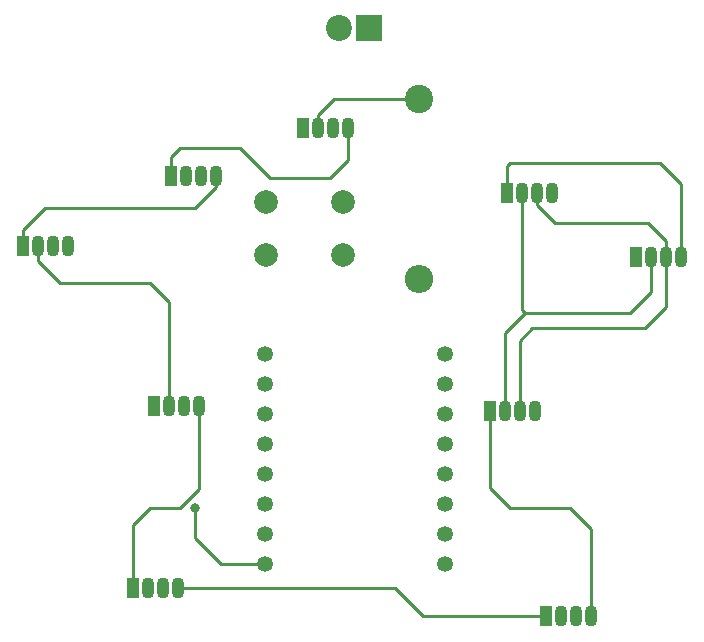
<source format=gbr>
%TF.GenerationSoftware,KiCad,Pcbnew,6.0.2+dfsg-1*%
%TF.CreationDate,2025-11-15T19:05:01+01:00*%
%TF.ProjectId,xmas,786d6173-2e6b-4696-9361-645f70636258,rev?*%
%TF.SameCoordinates,Original*%
%TF.FileFunction,Copper,L2,Bot*%
%TF.FilePolarity,Positive*%
%FSLAX46Y46*%
G04 Gerber Fmt 4.6, Leading zero omitted, Abs format (unit mm)*
G04 Created by KiCad (PCBNEW 6.0.2+dfsg-1) date 2025-11-15 19:05:01*
%MOMM*%
%LPD*%
G01*
G04 APERTURE LIST*
%TA.AperFunction,ComponentPad*%
%ADD10R,1.070000X1.800000*%
%TD*%
%TA.AperFunction,ComponentPad*%
%ADD11O,1.070000X1.800000*%
%TD*%
%TA.AperFunction,ComponentPad*%
%ADD12C,2.000000*%
%TD*%
%TA.AperFunction,ComponentPad*%
%ADD13C,2.400000*%
%TD*%
%TA.AperFunction,ComponentPad*%
%ADD14O,2.400000X2.400000*%
%TD*%
%TA.AperFunction,ComponentPad*%
%ADD15R,2.200000X2.200000*%
%TD*%
%TA.AperFunction,ComponentPad*%
%ADD16C,2.200000*%
%TD*%
%TA.AperFunction,ComponentPad*%
%ADD17C,1.348000*%
%TD*%
%TA.AperFunction,ViaPad*%
%ADD18C,0.800000*%
%TD*%
%TA.AperFunction,Conductor*%
%ADD19C,0.250000*%
%TD*%
G04 APERTURE END LIST*
D10*
%TO.P,D9,1,DO*%
%TO.N,unconnected-(D9-Pad1)*%
X91700000Y-63100000D03*
D11*
%TO.P,D9,2,GND*%
%TO.N,GND*%
X92970000Y-63100000D03*
%TO.P,D9,3,VDD*%
%TO.N,Net-(U1-Pad5V)*%
X94240000Y-63100000D03*
%TO.P,D9,4,DI*%
%TO.N,Net-(D8-Pad1)*%
X95510000Y-63100000D03*
%TD*%
D12*
%TO.P,SW1,1,1*%
%TO.N,Net-(U1-Pad5V)*%
X95050000Y-69350000D03*
X88550000Y-69350000D03*
%TO.P,SW1,2,2*%
%TO.N,Net-(U1-Pad0)*%
X95050000Y-73850000D03*
X88550000Y-73850000D03*
%TD*%
D13*
%TO.P,R1,1*%
%TO.N,GND*%
X101500000Y-60580000D03*
D14*
%TO.P,R1,2*%
%TO.N,Net-(U1-Pad0)*%
X101500000Y-75820000D03*
%TD*%
D10*
%TO.P,D8,1,DO*%
%TO.N,Net-(D8-Pad1)*%
X80490000Y-67100000D03*
D11*
%TO.P,D8,2,GND*%
%TO.N,GND*%
X81760000Y-67100000D03*
%TO.P,D8,3,VDD*%
%TO.N,Net-(U1-Pad5V)*%
X83030000Y-67100000D03*
%TO.P,D8,4,DI*%
%TO.N,Net-(D7-Pad1)*%
X84300000Y-67100000D03*
%TD*%
D10*
%TO.P,D7,1,DO*%
%TO.N,Net-(D7-Pad1)*%
X68000000Y-73100000D03*
D11*
%TO.P,D7,2,GND*%
%TO.N,GND*%
X69270000Y-73100000D03*
%TO.P,D7,3,VDD*%
%TO.N,Net-(U1-Pad5V)*%
X70540000Y-73100000D03*
%TO.P,D7,4,DI*%
%TO.N,Net-(D6-Pad1)*%
X71810000Y-73100000D03*
%TD*%
D10*
%TO.P,D6,1,DO*%
%TO.N,Net-(D6-Pad1)*%
X79100000Y-86600000D03*
D11*
%TO.P,D6,2,GND*%
%TO.N,GND*%
X80370000Y-86600000D03*
%TO.P,D6,3,VDD*%
%TO.N,Net-(U1-Pad5V)*%
X81640000Y-86600000D03*
%TO.P,D6,4,DI*%
%TO.N,Net-(D5-Pad1)*%
X82910000Y-86600000D03*
%TD*%
D10*
%TO.P,D5,1,DO*%
%TO.N,Net-(D5-Pad1)*%
X77300000Y-102000000D03*
D11*
%TO.P,D5,2,GND*%
%TO.N,GND*%
X78570000Y-102000000D03*
%TO.P,D5,3,VDD*%
%TO.N,Net-(U1-Pad5V)*%
X79840000Y-102000000D03*
%TO.P,D5,4,DI*%
%TO.N,Net-(D4-Pad1)*%
X81110000Y-102000000D03*
%TD*%
D10*
%TO.P,D4,1,DO*%
%TO.N,Net-(D4-Pad1)*%
X112300000Y-104400000D03*
D11*
%TO.P,D4,2,GND*%
%TO.N,GND*%
X113570000Y-104400000D03*
%TO.P,D4,3,VDD*%
%TO.N,Net-(U1-Pad5V)*%
X114840000Y-104400000D03*
%TO.P,D4,4,DI*%
%TO.N,Net-(D3-Pad1)*%
X116110000Y-104400000D03*
%TD*%
D10*
%TO.P,D3,1,DO*%
%TO.N,Net-(D3-Pad1)*%
X107500000Y-87000000D03*
D11*
%TO.P,D3,2,GND*%
%TO.N,GND*%
X108770000Y-87000000D03*
%TO.P,D3,3,VDD*%
%TO.N,Net-(U1-Pad5V)*%
X110040000Y-87000000D03*
%TO.P,D3,4,DI*%
%TO.N,Net-(D2-Pad1)*%
X111310000Y-87000000D03*
%TD*%
D10*
%TO.P,D2,1,DO*%
%TO.N,Net-(D2-Pad1)*%
X119900000Y-74000000D03*
D11*
%TO.P,D2,2,GND*%
%TO.N,GND*%
X121170000Y-74000000D03*
%TO.P,D2,3,VDD*%
%TO.N,Net-(U1-Pad5V)*%
X122440000Y-74000000D03*
%TO.P,D2,4,DI*%
%TO.N,Net-(D1-Pad1)*%
X123710000Y-74000000D03*
%TD*%
D10*
%TO.P,D1,1,DO*%
%TO.N,Net-(D1-Pad1)*%
X109000000Y-68600000D03*
D11*
%TO.P,D1,2,GND*%
%TO.N,GND*%
X110270000Y-68600000D03*
%TO.P,D1,3,VDD*%
%TO.N,Net-(U1-Pad5V)*%
X111540000Y-68600000D03*
%TO.P,D1,4,DI*%
%TO.N,Net-(U1-Pad10)*%
X112810000Y-68600000D03*
%TD*%
D15*
%TO.P,J1,1,Pin_1*%
%TO.N,Net-(U1-Pad5V)*%
X97300000Y-54600000D03*
D16*
%TO.P,J1,2,Pin_2*%
%TO.N,GND*%
X94760000Y-54600000D03*
%TD*%
D17*
%TO.P,U1,5,GPIO5*%
%TO.N,unconnected-(U1-Pad5)*%
X103720000Y-100000000D03*
%TO.P,U1,6,GPIO6*%
%TO.N,unconnected-(U1-Pad6)*%
X103720000Y-97460000D03*
%TO.P,U1,7,GPIO7*%
%TO.N,unconnected-(U1-Pad7)*%
X103720000Y-94920000D03*
%TO.P,U1,8,GPIO8*%
%TO.N,unconnected-(U1-Pad8)*%
X103720000Y-92380000D03*
%TO.P,U1,9,GPIO9*%
%TO.N,unconnected-(U1-Pad9)*%
X103720000Y-89840000D03*
%TO.P,U1,10,GPIO10*%
%TO.N,Net-(U1-Pad10)*%
X103720000Y-87300000D03*
%TO.P,U1,20,GPIO20*%
%TO.N,unconnected-(U1-Pad20)*%
X103720000Y-84760000D03*
%TO.P,U1,21,GPIO21*%
%TO.N,unconnected-(U1-Pad21)*%
X103720000Y-82220000D03*
%TO.P,U1,0,GPIO0*%
%TO.N,Net-(U1-Pad0)*%
X88480000Y-82220000D03*
%TO.P,U1,1,GPIO1*%
%TO.N,unconnected-(U1-Pad1)*%
X88480000Y-84760000D03*
%TO.P,U1,2,GPIO2*%
%TO.N,unconnected-(U1-Pad2)*%
X88480000Y-87300000D03*
%TO.P,U1,3,GPIO3*%
%TO.N,unconnected-(U1-Pad3)*%
X88480000Y-89840000D03*
%TO.P,U1,4,GPIO4*%
%TO.N,unconnected-(U1-Pad4)*%
X88480000Y-92380000D03*
%TO.P,U1,3.3,3V3*%
%TO.N,unconnected-(U1-Pad3.3)*%
X88480000Y-94920000D03*
%TO.P,U1,G,GND*%
%TO.N,GND*%
X88480000Y-97460000D03*
%TO.P,U1,5V,5V*%
%TO.N,Net-(U1-Pad5V)*%
X88480000Y-100000000D03*
%TD*%
D18*
%TO.N,Net-(U1-Pad5V)*%
X82550000Y-95250000D03*
%TD*%
D19*
%TO.N,Net-(U1-Pad5V)*%
X111540000Y-68600000D02*
X111540000Y-69630000D01*
X111540000Y-69630000D02*
X113030000Y-71120000D01*
X113030000Y-71120000D02*
X120895272Y-71120000D01*
X120895272Y-71120000D02*
X122440000Y-72664728D01*
X122440000Y-72664728D02*
X122440000Y-74000000D01*
%TO.N,Net-(D1-Pad1)*%
X109000000Y-68600000D02*
X109000000Y-66260000D01*
X109000000Y-66260000D02*
X109220000Y-66040000D01*
X109220000Y-66040000D02*
X121920000Y-66040000D01*
X121920000Y-66040000D02*
X123710000Y-67830000D01*
X123710000Y-67830000D02*
X123710000Y-74000000D01*
%TO.N,GND*%
X110270000Y-68600000D02*
X110270000Y-78520000D01*
X110270000Y-78520000D02*
X110490000Y-78740000D01*
%TO.N,Net-(U1-Pad5V)*%
X122440000Y-74000000D02*
X122440000Y-78220000D01*
X122440000Y-78220000D02*
X120650000Y-80010000D01*
X120650000Y-80010000D02*
X111125000Y-80010000D01*
X111125000Y-80010000D02*
X110040000Y-81095000D01*
X110040000Y-81095000D02*
X110040000Y-87000000D01*
%TO.N,GND*%
X119380000Y-78740000D02*
X110490000Y-78740000D01*
X121170000Y-74000000D02*
X121170000Y-76950000D01*
X121170000Y-76950000D02*
X119380000Y-78740000D01*
X110490000Y-78740000D02*
X108770000Y-80460000D01*
X108770000Y-80460000D02*
X108770000Y-87000000D01*
%TO.N,Net-(D3-Pad1)*%
X109220000Y-95250000D02*
X114300000Y-95250000D01*
X107500000Y-87000000D02*
X107500000Y-93530000D01*
X107500000Y-93530000D02*
X109220000Y-95250000D01*
X114300000Y-95250000D02*
X116110000Y-97060000D01*
X116110000Y-97060000D02*
X116110000Y-104400000D01*
%TO.N,Net-(D4-Pad1)*%
X81110000Y-102000000D02*
X99460000Y-102000000D01*
X99460000Y-102000000D02*
X101860000Y-104400000D01*
X101860000Y-104400000D02*
X112300000Y-104400000D01*
%TO.N,Net-(U1-Pad5V)*%
X82550000Y-95250000D02*
X82550000Y-97790000D01*
X82550000Y-97790000D02*
X84760000Y-100000000D01*
X84760000Y-100000000D02*
X88480000Y-100000000D01*
%TO.N,Net-(D5-Pad1)*%
X77300000Y-102000000D02*
X77300000Y-96690000D01*
X77300000Y-96690000D02*
X78740000Y-95250000D01*
X78740000Y-95250000D02*
X81280000Y-95250000D01*
X81280000Y-95250000D02*
X82910000Y-93620000D01*
X82910000Y-93620000D02*
X82910000Y-86600000D01*
%TO.N,GND*%
X80370000Y-86600000D02*
X80370000Y-77830000D01*
X80370000Y-77830000D02*
X78740000Y-76200000D01*
X78740000Y-76200000D02*
X71120000Y-76200000D01*
X71120000Y-76200000D02*
X69270000Y-74350000D01*
X69270000Y-74350000D02*
X69270000Y-73100000D01*
%TO.N,Net-(D7-Pad1)*%
X84300000Y-67100000D02*
X84300000Y-68100000D01*
X84300000Y-68100000D02*
X82550000Y-69850000D01*
X82550000Y-69850000D02*
X69850000Y-69850000D01*
X69850000Y-69850000D02*
X68000000Y-71700000D01*
X68000000Y-71700000D02*
X68000000Y-73100000D01*
%TO.N,Net-(D8-Pad1)*%
X95510000Y-63100000D02*
X95510000Y-65780000D01*
X95510000Y-65780000D02*
X93980000Y-67310000D01*
X93980000Y-67310000D02*
X88900000Y-67310000D01*
X88900000Y-67310000D02*
X86360000Y-64770000D01*
X86360000Y-64770000D02*
X81259728Y-64770000D01*
X81259728Y-64770000D02*
X80490000Y-65539728D01*
X80490000Y-65539728D02*
X80490000Y-67100000D01*
%TO.N,GND*%
X101500000Y-60580000D02*
X94360000Y-60580000D01*
X94360000Y-60580000D02*
X92970000Y-61970000D01*
X92970000Y-61970000D02*
X92970000Y-63100000D01*
%TD*%
M02*

</source>
